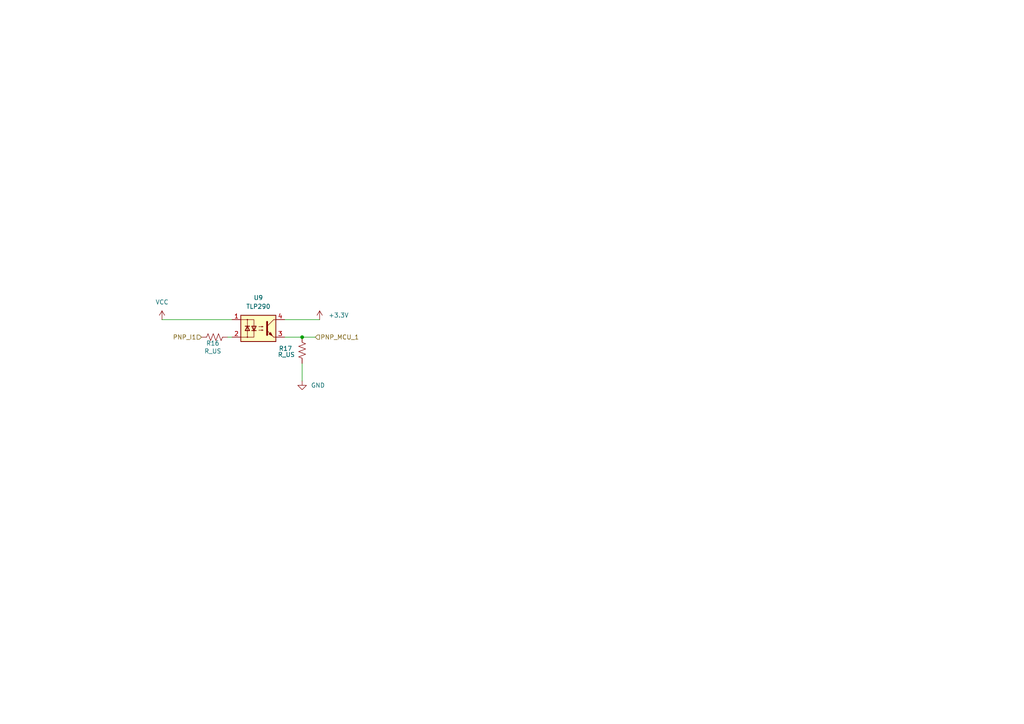
<source format=kicad_sch>
(kicad_sch
	(version 20250114)
	(generator "eeschema")
	(generator_version "9.0")
	(uuid "5a2cdaa5-8851-42d4-a7f7-0536a8066fd7")
	(paper "A4")
	(lib_symbols
		(symbol "Device:R_US"
			(pin_numbers
				(hide yes)
			)
			(pin_names
				(offset 0)
			)
			(exclude_from_sim no)
			(in_bom yes)
			(on_board yes)
			(property "Reference" "R"
				(at 2.54 0 90)
				(effects
					(font
						(size 1.27 1.27)
					)
				)
			)
			(property "Value" "R_US"
				(at -2.54 0 90)
				(effects
					(font
						(size 1.27 1.27)
					)
				)
			)
			(property "Footprint" ""
				(at 1.016 -0.254 90)
				(effects
					(font
						(size 1.27 1.27)
					)
					(hide yes)
				)
			)
			(property "Datasheet" "~"
				(at 0 0 0)
				(effects
					(font
						(size 1.27 1.27)
					)
					(hide yes)
				)
			)
			(property "Description" "Resistor, US symbol"
				(at 0 0 0)
				(effects
					(font
						(size 1.27 1.27)
					)
					(hide yes)
				)
			)
			(property "ki_keywords" "R res resistor"
				(at 0 0 0)
				(effects
					(font
						(size 1.27 1.27)
					)
					(hide yes)
				)
			)
			(property "ki_fp_filters" "R_*"
				(at 0 0 0)
				(effects
					(font
						(size 1.27 1.27)
					)
					(hide yes)
				)
			)
			(symbol "R_US_0_1"
				(polyline
					(pts
						(xy 0 2.286) (xy 0 2.54)
					)
					(stroke
						(width 0)
						(type default)
					)
					(fill
						(type none)
					)
				)
				(polyline
					(pts
						(xy 0 2.286) (xy 1.016 1.905) (xy 0 1.524) (xy -1.016 1.143) (xy 0 0.762)
					)
					(stroke
						(width 0)
						(type default)
					)
					(fill
						(type none)
					)
				)
				(polyline
					(pts
						(xy 0 0.762) (xy 1.016 0.381) (xy 0 0) (xy -1.016 -0.381) (xy 0 -0.762)
					)
					(stroke
						(width 0)
						(type default)
					)
					(fill
						(type none)
					)
				)
				(polyline
					(pts
						(xy 0 -0.762) (xy 1.016 -1.143) (xy 0 -1.524) (xy -1.016 -1.905) (xy 0 -2.286)
					)
					(stroke
						(width 0)
						(type default)
					)
					(fill
						(type none)
					)
				)
				(polyline
					(pts
						(xy 0 -2.286) (xy 0 -2.54)
					)
					(stroke
						(width 0)
						(type default)
					)
					(fill
						(type none)
					)
				)
			)
			(symbol "R_US_1_1"
				(pin passive line
					(at 0 3.81 270)
					(length 1.27)
					(name "~"
						(effects
							(font
								(size 1.27 1.27)
							)
						)
					)
					(number "1"
						(effects
							(font
								(size 1.27 1.27)
							)
						)
					)
				)
				(pin passive line
					(at 0 -3.81 90)
					(length 1.27)
					(name "~"
						(effects
							(font
								(size 1.27 1.27)
							)
						)
					)
					(number "2"
						(effects
							(font
								(size 1.27 1.27)
							)
						)
					)
				)
			)
			(embedded_fonts no)
		)
		(symbol "Isolator:TLP290"
			(pin_names
				(offset 1.016)
			)
			(exclude_from_sim no)
			(in_bom yes)
			(on_board yes)
			(property "Reference" "U"
				(at -5.08 5.08 0)
				(effects
					(font
						(size 1.27 1.27)
					)
					(justify left)
				)
			)
			(property "Value" "TLP290"
				(at 0 5.08 0)
				(effects
					(font
						(size 1.27 1.27)
					)
					(justify left)
				)
			)
			(property "Footprint" "Package_SO:SOP-4_4.4x2.6mm_P1.27mm"
				(at -21.59 -5.08 0)
				(effects
					(font
						(size 1.27 1.27)
						(italic yes)
					)
					(justify left)
					(hide yes)
				)
			)
			(property "Datasheet" "https://toshiba.semicon-storage.com/info/docget.jsp?did=12882&prodName=TLP290"
				(at 0.635 0 0)
				(effects
					(font
						(size 1.27 1.27)
					)
					(justify left)
					(hide yes)
				)
			)
			(property "Description" "AC/DC Phototransistor Optocoupler, Vce 80V, CTR 50-600%, not recommended for new designs, SOP4"
				(at 0 0 0)
				(effects
					(font
						(size 1.27 1.27)
					)
					(hide yes)
				)
			)
			(property "ki_keywords" "NPN AC DC Phototransistor Optocoupler"
				(at 0 0 0)
				(effects
					(font
						(size 1.27 1.27)
					)
					(hide yes)
				)
			)
			(property "ki_fp_filters" "SOP*4*4.4x2.6mm*P1.27mm*"
				(at 0 0 0)
				(effects
					(font
						(size 1.27 1.27)
					)
					(hide yes)
				)
			)
			(symbol "TLP290_0_1"
				(rectangle
					(start -5.08 3.81)
					(end 5.08 -3.81)
					(stroke
						(width 0.254)
						(type default)
					)
					(fill
						(type background)
					)
				)
				(polyline
					(pts
						(xy -5.08 2.54) (xy -1.27 2.54) (xy -1.27 -0.635)
					)
					(stroke
						(width 0)
						(type default)
					)
					(fill
						(type none)
					)
				)
				(polyline
					(pts
						(xy -3.81 0.635) (xy -2.54 0.635)
					)
					(stroke
						(width 0.254)
						(type default)
					)
					(fill
						(type none)
					)
				)
				(circle
					(center -3.175 2.54)
					(radius 0.127)
					(stroke
						(width 0)
						(type default)
					)
					(fill
						(type none)
					)
				)
				(polyline
					(pts
						(xy -3.175 0.635) (xy -3.81 -0.635) (xy -2.54 -0.635) (xy -3.175 0.635)
					)
					(stroke
						(width 0.254)
						(type default)
					)
					(fill
						(type none)
					)
				)
				(polyline
					(pts
						(xy -3.175 -0.635) (xy -3.175 2.54)
					)
					(stroke
						(width 0)
						(type default)
					)
					(fill
						(type none)
					)
				)
				(polyline
					(pts
						(xy -3.175 -0.635) (xy -3.175 -2.54)
					)
					(stroke
						(width 0)
						(type default)
					)
					(fill
						(type none)
					)
				)
				(circle
					(center -3.175 -2.54)
					(radius 0.127)
					(stroke
						(width 0)
						(type default)
					)
					(fill
						(type none)
					)
				)
				(polyline
					(pts
						(xy -1.905 -0.635) (xy -0.635 -0.635)
					)
					(stroke
						(width 0.254)
						(type default)
					)
					(fill
						(type none)
					)
				)
				(polyline
					(pts
						(xy -1.27 -0.635) (xy -1.27 -2.54) (xy -5.08 -2.54)
					)
					(stroke
						(width 0)
						(type default)
					)
					(fill
						(type none)
					)
				)
				(polyline
					(pts
						(xy -1.27 -0.635) (xy -1.905 0.635) (xy -0.635 0.635) (xy -1.27 -0.635)
					)
					(stroke
						(width 0.254)
						(type default)
					)
					(fill
						(type none)
					)
				)
				(polyline
					(pts
						(xy 0.127 0.508) (xy 1.397 0.508) (xy 1.016 0.381) (xy 1.016 0.635) (xy 1.397 0.508)
					)
					(stroke
						(width 0)
						(type default)
					)
					(fill
						(type none)
					)
				)
				(polyline
					(pts
						(xy 0.127 -0.508) (xy 1.397 -0.508) (xy 1.016 -0.635) (xy 1.016 -0.381) (xy 1.397 -0.508)
					)
					(stroke
						(width 0)
						(type default)
					)
					(fill
						(type none)
					)
				)
				(polyline
					(pts
						(xy 2.54 1.905) (xy 2.54 -1.905)
					)
					(stroke
						(width 0.508)
						(type default)
					)
					(fill
						(type none)
					)
				)
				(polyline
					(pts
						(xy 2.54 0.635) (xy 4.445 2.54)
					)
					(stroke
						(width 0)
						(type default)
					)
					(fill
						(type none)
					)
				)
				(polyline
					(pts
						(xy 3.048 -1.651) (xy 3.556 -1.143) (xy 4.064 -2.159) (xy 3.048 -1.651)
					)
					(stroke
						(width 0)
						(type default)
					)
					(fill
						(type outline)
					)
				)
				(polyline
					(pts
						(xy 4.445 2.54) (xy 5.08 2.54)
					)
					(stroke
						(width 0)
						(type default)
					)
					(fill
						(type none)
					)
				)
				(polyline
					(pts
						(xy 4.445 -2.54) (xy 2.54 -0.635)
					)
					(stroke
						(width 0)
						(type default)
					)
					(fill
						(type outline)
					)
				)
				(polyline
					(pts
						(xy 4.445 -2.54) (xy 5.08 -2.54)
					)
					(stroke
						(width 0)
						(type default)
					)
					(fill
						(type none)
					)
				)
			)
			(symbol "TLP290_1_1"
				(pin passive line
					(at -7.62 2.54 0)
					(length 2.54)
					(name "~"
						(effects
							(font
								(size 1.27 1.27)
							)
						)
					)
					(number "1"
						(effects
							(font
								(size 1.27 1.27)
							)
						)
					)
				)
				(pin passive line
					(at -7.62 -2.54 0)
					(length 2.54)
					(name "~"
						(effects
							(font
								(size 1.27 1.27)
							)
						)
					)
					(number "2"
						(effects
							(font
								(size 1.27 1.27)
							)
						)
					)
				)
				(pin passive line
					(at 7.62 2.54 180)
					(length 2.54)
					(name "~"
						(effects
							(font
								(size 1.27 1.27)
							)
						)
					)
					(number "4"
						(effects
							(font
								(size 1.27 1.27)
							)
						)
					)
				)
				(pin passive line
					(at 7.62 -2.54 180)
					(length 2.54)
					(name "~"
						(effects
							(font
								(size 1.27 1.27)
							)
						)
					)
					(number "3"
						(effects
							(font
								(size 1.27 1.27)
							)
						)
					)
				)
			)
			(embedded_fonts no)
		)
		(symbol "power:+3.3V"
			(power)
			(pin_numbers
				(hide yes)
			)
			(pin_names
				(offset 0)
				(hide yes)
			)
			(exclude_from_sim no)
			(in_bom yes)
			(on_board yes)
			(property "Reference" "#PWR"
				(at 0 -3.81 0)
				(effects
					(font
						(size 1.27 1.27)
					)
					(hide yes)
				)
			)
			(property "Value" "+3.3V"
				(at 0 3.556 0)
				(effects
					(font
						(size 1.27 1.27)
					)
				)
			)
			(property "Footprint" ""
				(at 0 0 0)
				(effects
					(font
						(size 1.27 1.27)
					)
					(hide yes)
				)
			)
			(property "Datasheet" ""
				(at 0 0 0)
				(effects
					(font
						(size 1.27 1.27)
					)
					(hide yes)
				)
			)
			(property "Description" "Power symbol creates a global label with name \"+3.3V\""
				(at 0 0 0)
				(effects
					(font
						(size 1.27 1.27)
					)
					(hide yes)
				)
			)
			(property "ki_keywords" "global power"
				(at 0 0 0)
				(effects
					(font
						(size 1.27 1.27)
					)
					(hide yes)
				)
			)
			(symbol "+3.3V_0_1"
				(polyline
					(pts
						(xy -0.762 1.27) (xy 0 2.54)
					)
					(stroke
						(width 0)
						(type default)
					)
					(fill
						(type none)
					)
				)
				(polyline
					(pts
						(xy 0 2.54) (xy 0.762 1.27)
					)
					(stroke
						(width 0)
						(type default)
					)
					(fill
						(type none)
					)
				)
				(polyline
					(pts
						(xy 0 0) (xy 0 2.54)
					)
					(stroke
						(width 0)
						(type default)
					)
					(fill
						(type none)
					)
				)
			)
			(symbol "+3.3V_1_1"
				(pin power_in line
					(at 0 0 90)
					(length 0)
					(name "~"
						(effects
							(font
								(size 1.27 1.27)
							)
						)
					)
					(number "1"
						(effects
							(font
								(size 1.27 1.27)
							)
						)
					)
				)
			)
			(embedded_fonts no)
		)
		(symbol "power:GND2"
			(power)
			(pin_numbers
				(hide yes)
			)
			(pin_names
				(offset 0)
				(hide yes)
			)
			(exclude_from_sim no)
			(in_bom yes)
			(on_board yes)
			(property "Reference" "#PWR"
				(at 0 -6.35 0)
				(effects
					(font
						(size 1.27 1.27)
					)
					(hide yes)
				)
			)
			(property "Value" "GND2"
				(at 0 -3.81 0)
				(effects
					(font
						(size 1.27 1.27)
					)
				)
			)
			(property "Footprint" ""
				(at 0 0 0)
				(effects
					(font
						(size 1.27 1.27)
					)
					(hide yes)
				)
			)
			(property "Datasheet" ""
				(at 0 0 0)
				(effects
					(font
						(size 1.27 1.27)
					)
					(hide yes)
				)
			)
			(property "Description" "Power symbol creates a global label with name \"GND2\" , ground"
				(at 0 0 0)
				(effects
					(font
						(size 1.27 1.27)
					)
					(hide yes)
				)
			)
			(property "ki_keywords" "global power"
				(at 0 0 0)
				(effects
					(font
						(size 1.27 1.27)
					)
					(hide yes)
				)
			)
			(symbol "GND2_0_1"
				(polyline
					(pts
						(xy 0 0) (xy 0 -1.27) (xy 1.27 -1.27) (xy 0 -2.54) (xy -1.27 -1.27) (xy 0 -1.27)
					)
					(stroke
						(width 0)
						(type default)
					)
					(fill
						(type none)
					)
				)
			)
			(symbol "GND2_1_1"
				(pin power_in line
					(at 0 0 270)
					(length 0)
					(name "~"
						(effects
							(font
								(size 1.27 1.27)
							)
						)
					)
					(number "1"
						(effects
							(font
								(size 1.27 1.27)
							)
						)
					)
				)
			)
			(embedded_fonts no)
		)
		(symbol "power:VCC"
			(power)
			(pin_numbers
				(hide yes)
			)
			(pin_names
				(offset 0)
				(hide yes)
			)
			(exclude_from_sim no)
			(in_bom yes)
			(on_board yes)
			(property "Reference" "#PWR"
				(at 0 -3.81 0)
				(effects
					(font
						(size 1.27 1.27)
					)
					(hide yes)
				)
			)
			(property "Value" "VCC"
				(at 0 3.556 0)
				(effects
					(font
						(size 1.27 1.27)
					)
				)
			)
			(property "Footprint" ""
				(at 0 0 0)
				(effects
					(font
						(size 1.27 1.27)
					)
					(hide yes)
				)
			)
			(property "Datasheet" ""
				(at 0 0 0)
				(effects
					(font
						(size 1.27 1.27)
					)
					(hide yes)
				)
			)
			(property "Description" "Power symbol creates a global label with name \"VCC\""
				(at 0 0 0)
				(effects
					(font
						(size 1.27 1.27)
					)
					(hide yes)
				)
			)
			(property "ki_keywords" "global power"
				(at 0 0 0)
				(effects
					(font
						(size 1.27 1.27)
					)
					(hide yes)
				)
			)
			(symbol "VCC_0_1"
				(polyline
					(pts
						(xy -0.762 1.27) (xy 0 2.54)
					)
					(stroke
						(width 0)
						(type default)
					)
					(fill
						(type none)
					)
				)
				(polyline
					(pts
						(xy 0 2.54) (xy 0.762 1.27)
					)
					(stroke
						(width 0)
						(type default)
					)
					(fill
						(type none)
					)
				)
				(polyline
					(pts
						(xy 0 0) (xy 0 2.54)
					)
					(stroke
						(width 0)
						(type default)
					)
					(fill
						(type none)
					)
				)
			)
			(symbol "VCC_1_1"
				(pin power_in line
					(at 0 0 90)
					(length 0)
					(name "~"
						(effects
							(font
								(size 1.27 1.27)
							)
						)
					)
					(number "1"
						(effects
							(font
								(size 1.27 1.27)
							)
						)
					)
				)
			)
			(embedded_fonts no)
		)
	)
	(junction
		(at 87.63 97.79)
		(diameter 0)
		(color 0 0 0 0)
		(uuid "dd0261dc-7d6b-4055-b835-dce1554c3132")
	)
	(wire
		(pts
			(xy 66.04 97.79) (xy 67.31 97.79)
		)
		(stroke
			(width 0)
			(type default)
		)
		(uuid "1435a751-58d1-451b-a357-764a870a32dd")
	)
	(wire
		(pts
			(xy 46.99 92.71) (xy 67.31 92.71)
		)
		(stroke
			(width 0)
			(type default)
		)
		(uuid "30311986-2ea4-441a-9d18-c5c344525e61")
	)
	(wire
		(pts
			(xy 87.63 110.49) (xy 87.63 105.41)
		)
		(stroke
			(width 0)
			(type default)
		)
		(uuid "6d39f869-d28e-4542-a2e0-3e6f93ffb44f")
	)
	(wire
		(pts
			(xy 82.55 92.71) (xy 92.71 92.71)
		)
		(stroke
			(width 0)
			(type default)
		)
		(uuid "864f30d5-0393-4918-96a5-b99f9345e6a9")
	)
	(wire
		(pts
			(xy 87.63 97.79) (xy 82.55 97.79)
		)
		(stroke
			(width 0)
			(type default)
		)
		(uuid "a2a0277b-a9ac-42b3-a16f-d89e79cbc7c5")
	)
	(wire
		(pts
			(xy 91.44 97.79) (xy 87.63 97.79)
		)
		(stroke
			(width 0)
			(type default)
		)
		(uuid "bf3f1877-a1fe-4983-9bb2-efc1925688ba")
	)
	(hierarchical_label "PNP_I1"
		(shape input)
		(at 58.42 97.79 180)
		(effects
			(font
				(size 1.27 1.27)
			)
			(justify right)
		)
		(uuid "9f043ecd-8fad-4c6f-8b69-2841bcce614b")
	)
	(hierarchical_label "PNP_MCU_1"
		(shape input)
		(at 91.44 97.79 0)
		(effects
			(font
				(size 1.27 1.27)
			)
			(justify left)
		)
		(uuid "da050b88-284e-49e4-9094-a73482c71e8d")
	)
	(symbol
		(lib_id "power:+3.3V")
		(at 92.71 92.71 0)
		(mirror y)
		(unit 1)
		(exclude_from_sim no)
		(in_bom yes)
		(on_board yes)
		(dnp no)
		(fields_autoplaced yes)
		(uuid "897fa4d2-9de1-49f0-a8be-7671761c80bc")
		(property "Reference" "#PWR027"
			(at 92.71 96.52 0)
			(effects
				(font
					(size 1.27 1.27)
				)
				(hide yes)
			)
		)
		(property "Value" "+3.3V"
			(at 95.25 91.4399 0)
			(effects
				(font
					(size 1.27 1.27)
				)
				(justify right)
			)
		)
		(property "Footprint" ""
			(at 92.71 92.71 0)
			(effects
				(font
					(size 1.27 1.27)
				)
				(hide yes)
			)
		)
		(property "Datasheet" ""
			(at 92.71 92.71 0)
			(effects
				(font
					(size 1.27 1.27)
				)
				(hide yes)
			)
		)
		(property "Description" "Power symbol creates a global label with name \"+3.3V\""
			(at 92.71 92.71 0)
			(effects
				(font
					(size 1.27 1.27)
				)
				(hide yes)
			)
		)
		(pin "1"
			(uuid "28027f5f-4cc0-4f2c-b540-a9d5b9aa5143")
		)
		(instances
			(project "PLC4UNI_Dev_Board_1.0"
				(path "/7bd5389b-bffc-4135-b1d3-55f66ca2af6c/617d8ba0-a578-4a06-b4ed-65a1397e0239"
					(reference "#PWR024")
					(unit 1)
				)
				(path "/7bd5389b-bffc-4135-b1d3-55f66ca2af6c/86da6f81-5eec-4724-a281-37f5b00d485c"
					(reference "#PWR018")
					(unit 1)
				)
				(path "/7bd5389b-bffc-4135-b1d3-55f66ca2af6c/9a4a731a-9795-45be-aa5d-72afbcf95fbc"
					(reference "#PWR027")
					(unit 1)
				)
				(path "/7bd5389b-bffc-4135-b1d3-55f66ca2af6c/ecaf01c2-42aa-4819-9f94-d95aa2259c66"
					(reference "#PWR021")
					(unit 1)
				)
			)
		)
	)
	(symbol
		(lib_id "power:GND2")
		(at 87.63 110.49 0)
		(mirror y)
		(unit 1)
		(exclude_from_sim no)
		(in_bom yes)
		(on_board yes)
		(dnp no)
		(fields_autoplaced yes)
		(uuid "a058241d-f439-4d21-8111-06603539fbc0")
		(property "Reference" "#PWR026"
			(at 87.63 116.84 0)
			(effects
				(font
					(size 1.27 1.27)
				)
				(hide yes)
			)
		)
		(property "Value" "GND"
			(at 90.17 111.7599 0)
			(effects
				(font
					(size 1.27 1.27)
				)
				(justify right)
			)
		)
		(property "Footprint" ""
			(at 87.63 110.49 0)
			(effects
				(font
					(size 1.27 1.27)
				)
				(hide yes)
			)
		)
		(property "Datasheet" ""
			(at 87.63 110.49 0)
			(effects
				(font
					(size 1.27 1.27)
				)
				(hide yes)
			)
		)
		(property "Description" "Power symbol creates a global label with name \"GND2\" , ground"
			(at 87.63 110.49 0)
			(effects
				(font
					(size 1.27 1.27)
				)
				(hide yes)
			)
		)
		(pin "1"
			(uuid "445447f0-b46b-4329-8973-7505c8808f4b")
		)
		(instances
			(project "PLC4UNI_Dev_Board_1.0"
				(path "/7bd5389b-bffc-4135-b1d3-55f66ca2af6c/617d8ba0-a578-4a06-b4ed-65a1397e0239"
					(reference "#PWR023")
					(unit 1)
				)
				(path "/7bd5389b-bffc-4135-b1d3-55f66ca2af6c/86da6f81-5eec-4724-a281-37f5b00d485c"
					(reference "#PWR017")
					(unit 1)
				)
				(path "/7bd5389b-bffc-4135-b1d3-55f66ca2af6c/9a4a731a-9795-45be-aa5d-72afbcf95fbc"
					(reference "#PWR026")
					(unit 1)
				)
				(path "/7bd5389b-bffc-4135-b1d3-55f66ca2af6c/ecaf01c2-42aa-4819-9f94-d95aa2259c66"
					(reference "#PWR020")
					(unit 1)
				)
			)
		)
	)
	(symbol
		(lib_id "Device:R_US")
		(at 62.23 97.79 90)
		(unit 1)
		(exclude_from_sim no)
		(in_bom yes)
		(on_board yes)
		(dnp no)
		(uuid "a7f85c5a-aeb3-4a78-b51c-2fcfef503e0b")
		(property "Reference" "R12"
			(at 61.722 99.568 90)
			(effects
				(font
					(size 1.27 1.27)
				)
			)
		)
		(property "Value" "R_US"
			(at 61.722 101.854 90)
			(effects
				(font
					(size 1.27 1.27)
				)
			)
		)
		(property "Footprint" "Resistor_SMD:R_0603_1608Metric"
			(at 62.484 96.774 90)
			(effects
				(font
					(size 1.27 1.27)
				)
				(hide yes)
			)
		)
		(property "Datasheet" "~"
			(at 62.23 97.79 0)
			(effects
				(font
					(size 1.27 1.27)
				)
				(hide yes)
			)
		)
		(property "Description" "Resistor, US symbol"
			(at 62.23 97.79 0)
			(effects
				(font
					(size 1.27 1.27)
				)
				(hide yes)
			)
		)
		(pin "1"
			(uuid "0e3217d5-c759-4fb2-b985-3b0852839f06")
		)
		(pin "2"
			(uuid "93a4a055-47b6-48d2-8c80-0b418d859005")
		)
		(instances
			(project "PLC4UNI_Dev_Board_1.0"
				(path "/7bd5389b-bffc-4135-b1d3-55f66ca2af6c/617d8ba0-a578-4a06-b4ed-65a1397e0239"
					(reference "R16")
					(unit 1)
				)
				(path "/7bd5389b-bffc-4135-b1d3-55f66ca2af6c/86da6f81-5eec-4724-a281-37f5b00d485c"
					(reference "R10")
					(unit 1)
				)
				(path "/7bd5389b-bffc-4135-b1d3-55f66ca2af6c/9a4a731a-9795-45be-aa5d-72afbcf95fbc"
					(reference "R12")
					(unit 1)
				)
				(path "/7bd5389b-bffc-4135-b1d3-55f66ca2af6c/ecaf01c2-42aa-4819-9f94-d95aa2259c66"
					(reference "R14")
					(unit 1)
				)
			)
		)
	)
	(symbol
		(lib_id "Isolator:TLP290")
		(at 74.93 95.25 0)
		(unit 1)
		(exclude_from_sim no)
		(in_bom yes)
		(on_board yes)
		(dnp no)
		(fields_autoplaced yes)
		(uuid "bfa282f9-0d6f-4092-a6dd-74a2c6eb1537")
		(property "Reference" "U7"
			(at 74.93 86.36 0)
			(effects
				(font
					(size 1.27 1.27)
				)
			)
		)
		(property "Value" "TLP290"
			(at 74.93 88.9 0)
			(effects
				(font
					(size 1.27 1.27)
				)
			)
		)
		(property "Footprint" "Package_SO:SOP-4_4.4x2.6mm_P1.27mm"
			(at 53.34 100.33 0)
			(effects
				(font
					(size 1.27 1.27)
					(italic yes)
				)
				(justify left)
				(hide yes)
			)
		)
		(property "Datasheet" "https://toshiba.semicon-storage.com/info/docget.jsp?did=12882&prodName=TLP290"
			(at 75.565 95.25 0)
			(effects
				(font
					(size 1.27 1.27)
				)
				(justify left)
				(hide yes)
			)
		)
		(property "Description" "AC/DC Phototransistor Optocoupler, Vce 80V, CTR 50-600%, not recommended for new designs, SOP4"
			(at 74.93 95.25 0)
			(effects
				(font
					(size 1.27 1.27)
				)
				(hide yes)
			)
		)
		(pin "2"
			(uuid "a76b3a50-b440-43f2-a998-8980fb23fe22")
		)
		(pin "1"
			(uuid "dd5b98a0-177c-42ff-abaa-047e91db6fe4")
		)
		(pin "4"
			(uuid "86af2dd9-f86f-48d7-99ae-ee1f501e6b94")
		)
		(pin "3"
			(uuid "45cbce4c-4ab0-4145-89fb-bcd2683e1e59")
		)
		(instances
			(project "PLC4UNI_Dev_Board_1.0"
				(path "/7bd5389b-bffc-4135-b1d3-55f66ca2af6c/617d8ba0-a578-4a06-b4ed-65a1397e0239"
					(reference "U9")
					(unit 1)
				)
				(path "/7bd5389b-bffc-4135-b1d3-55f66ca2af6c/86da6f81-5eec-4724-a281-37f5b00d485c"
					(reference "U6")
					(unit 1)
				)
				(path "/7bd5389b-bffc-4135-b1d3-55f66ca2af6c/9a4a731a-9795-45be-aa5d-72afbcf95fbc"
					(reference "U7")
					(unit 1)
				)
				(path "/7bd5389b-bffc-4135-b1d3-55f66ca2af6c/ecaf01c2-42aa-4819-9f94-d95aa2259c66"
					(reference "U8")
					(unit 1)
				)
			)
		)
	)
	(symbol
		(lib_id "power:VCC")
		(at 46.99 92.71 0)
		(mirror y)
		(unit 1)
		(exclude_from_sim no)
		(in_bom yes)
		(on_board yes)
		(dnp no)
		(uuid "d305b0e5-482d-4d8e-b537-55bb7438d78c")
		(property "Reference" "#PWR025"
			(at 46.99 96.52 0)
			(effects
				(font
					(size 1.27 1.27)
				)
				(hide yes)
			)
		)
		(property "Value" "VCC"
			(at 46.99 87.63 0)
			(effects
				(font
					(size 1.27 1.27)
				)
			)
		)
		(property "Footprint" ""
			(at 46.99 92.71 0)
			(effects
				(font
					(size 1.27 1.27)
				)
				(hide yes)
			)
		)
		(property "Datasheet" ""
			(at 46.99 92.71 0)
			(effects
				(font
					(size 1.27 1.27)
				)
				(hide yes)
			)
		)
		(property "Description" "Power symbol creates a global label with name \"VCC\""
			(at 46.99 92.71 0)
			(effects
				(font
					(size 1.27 1.27)
				)
				(hide yes)
			)
		)
		(pin "1"
			(uuid "e37fadb8-a93c-4bd4-b3d5-eb31fe8ff97f")
		)
		(instances
			(project "PLC4UNI_Dev_Board_1.0"
				(path "/7bd5389b-bffc-4135-b1d3-55f66ca2af6c/617d8ba0-a578-4a06-b4ed-65a1397e0239"
					(reference "#PWR022")
					(unit 1)
				)
				(path "/7bd5389b-bffc-4135-b1d3-55f66ca2af6c/86da6f81-5eec-4724-a281-37f5b00d485c"
					(reference "#PWR016")
					(unit 1)
				)
				(path "/7bd5389b-bffc-4135-b1d3-55f66ca2af6c/9a4a731a-9795-45be-aa5d-72afbcf95fbc"
					(reference "#PWR025")
					(unit 1)
				)
				(path "/7bd5389b-bffc-4135-b1d3-55f66ca2af6c/ecaf01c2-42aa-4819-9f94-d95aa2259c66"
					(reference "#PWR019")
					(unit 1)
				)
			)
		)
	)
	(symbol
		(lib_id "Device:R_US")
		(at 87.63 101.6 0)
		(unit 1)
		(exclude_from_sim no)
		(in_bom yes)
		(on_board yes)
		(dnp no)
		(uuid "d840aa98-127d-46e5-818a-eed8f2162fb0")
		(property "Reference" "R13"
			(at 82.804 101.092 0)
			(effects
				(font
					(size 1.27 1.27)
				)
			)
		)
		(property "Value" "R_US"
			(at 83.058 102.87 0)
			(effects
				(font
					(size 1.27 1.27)
				)
			)
		)
		(property "Footprint" "Resistor_SMD:R_0201_0603Metric"
			(at 88.646 101.854 90)
			(effects
				(font
					(size 1.27 1.27)
				)
				(hide yes)
			)
		)
		(property "Datasheet" "~"
			(at 87.63 101.6 0)
			(effects
				(font
					(size 1.27 1.27)
				)
				(hide yes)
			)
		)
		(property "Description" "Resistor, US symbol"
			(at 87.63 101.6 0)
			(effects
				(font
					(size 1.27 1.27)
				)
				(hide yes)
			)
		)
		(pin "1"
			(uuid "0b14d116-ec30-4209-80f6-e80e08276940")
		)
		(pin "2"
			(uuid "2c9f48c1-a939-4caa-98f1-02293908b29d")
		)
		(instances
			(project "PLC4UNI_Dev_Board_1.0"
				(path "/7bd5389b-bffc-4135-b1d3-55f66ca2af6c/617d8ba0-a578-4a06-b4ed-65a1397e0239"
					(reference "R17")
					(unit 1)
				)
				(path "/7bd5389b-bffc-4135-b1d3-55f66ca2af6c/86da6f81-5eec-4724-a281-37f5b00d485c"
					(reference "R11")
					(unit 1)
				)
				(path "/7bd5389b-bffc-4135-b1d3-55f66ca2af6c/9a4a731a-9795-45be-aa5d-72afbcf95fbc"
					(reference "R13")
					(unit 1)
				)
				(path "/7bd5389b-bffc-4135-b1d3-55f66ca2af6c/ecaf01c2-42aa-4819-9f94-d95aa2259c66"
					(reference "R15")
					(unit 1)
				)
			)
		)
	)
)

</source>
